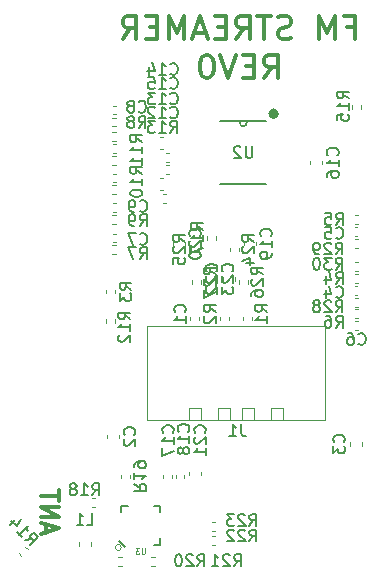
<source format=gbr>
%TF.GenerationSoftware,KiCad,Pcbnew,(5.1.9-0-10_14)*%
%TF.CreationDate,2021-05-04T15:56:22-07:00*%
%TF.ProjectId,fm-streamer,666d2d73-7472-4656-916d-65722e6b6963,rev?*%
%TF.SameCoordinates,Original*%
%TF.FileFunction,Legend,Bot*%
%TF.FilePolarity,Positive*%
%FSLAX46Y46*%
G04 Gerber Fmt 4.6, Leading zero omitted, Abs format (unit mm)*
G04 Created by KiCad (PCBNEW (5.1.9-0-10_14)) date 2021-05-04 15:56:22*
%MOMM*%
%LPD*%
G01*
G04 APERTURE LIST*
%ADD10C,0.300000*%
%ADD11C,0.152400*%
%ADD12C,0.500000*%
%ADD13C,0.120000*%
%ADD14C,0.100000*%
%ADD15C,0.203200*%
%ADD16C,0.150000*%
%ADD17C,0.015000*%
G04 APERTURE END LIST*
D10*
X139142857Y-73607142D02*
X139809523Y-73607142D01*
X139809523Y-74654761D02*
X139809523Y-72654761D01*
X138857142Y-72654761D01*
X138095238Y-74654761D02*
X138095238Y-72654761D01*
X137428571Y-74083333D01*
X136761904Y-72654761D01*
X136761904Y-74654761D01*
X134380952Y-74559523D02*
X134095238Y-74654761D01*
X133619047Y-74654761D01*
X133428571Y-74559523D01*
X133333333Y-74464285D01*
X133238095Y-74273809D01*
X133238095Y-74083333D01*
X133333333Y-73892857D01*
X133428571Y-73797619D01*
X133619047Y-73702380D01*
X134000000Y-73607142D01*
X134190476Y-73511904D01*
X134285714Y-73416666D01*
X134380952Y-73226190D01*
X134380952Y-73035714D01*
X134285714Y-72845238D01*
X134190476Y-72750000D01*
X134000000Y-72654761D01*
X133523809Y-72654761D01*
X133238095Y-72750000D01*
X132666666Y-72654761D02*
X131523809Y-72654761D01*
X132095238Y-74654761D02*
X132095238Y-72654761D01*
X129714285Y-74654761D02*
X130380952Y-73702380D01*
X130857142Y-74654761D02*
X130857142Y-72654761D01*
X130095238Y-72654761D01*
X129904761Y-72750000D01*
X129809523Y-72845238D01*
X129714285Y-73035714D01*
X129714285Y-73321428D01*
X129809523Y-73511904D01*
X129904761Y-73607142D01*
X130095238Y-73702380D01*
X130857142Y-73702380D01*
X128857142Y-73607142D02*
X128190476Y-73607142D01*
X127904761Y-74654761D02*
X128857142Y-74654761D01*
X128857142Y-72654761D01*
X127904761Y-72654761D01*
X127142857Y-74083333D02*
X126190476Y-74083333D01*
X127333333Y-74654761D02*
X126666666Y-72654761D01*
X126000000Y-74654761D01*
X125333333Y-74654761D02*
X125333333Y-72654761D01*
X124666666Y-74083333D01*
X124000000Y-72654761D01*
X124000000Y-74654761D01*
X123047619Y-73607142D02*
X122380952Y-73607142D01*
X122095238Y-74654761D02*
X123047619Y-74654761D01*
X123047619Y-72654761D01*
X122095238Y-72654761D01*
X120095238Y-74654761D02*
X120761904Y-73702380D01*
X121238095Y-74654761D02*
X121238095Y-72654761D01*
X120476190Y-72654761D01*
X120285714Y-72750000D01*
X120190476Y-72845238D01*
X120095238Y-73035714D01*
X120095238Y-73321428D01*
X120190476Y-73511904D01*
X120285714Y-73607142D01*
X120476190Y-73702380D01*
X121238095Y-73702380D01*
X132095238Y-77954761D02*
X132761904Y-77002380D01*
X133238095Y-77954761D02*
X133238095Y-75954761D01*
X132476190Y-75954761D01*
X132285714Y-76050000D01*
X132190476Y-76145238D01*
X132095238Y-76335714D01*
X132095238Y-76621428D01*
X132190476Y-76811904D01*
X132285714Y-76907142D01*
X132476190Y-77002380D01*
X133238095Y-77002380D01*
X131238095Y-76907142D02*
X130571428Y-76907142D01*
X130285714Y-77954761D02*
X131238095Y-77954761D01*
X131238095Y-75954761D01*
X130285714Y-75954761D01*
X129714285Y-75954761D02*
X129047619Y-77954761D01*
X128380952Y-75954761D01*
X127333333Y-75954761D02*
X127142857Y-75954761D01*
X126952380Y-76050000D01*
X126857142Y-76145238D01*
X126761904Y-76335714D01*
X126666666Y-76716666D01*
X126666666Y-77192857D01*
X126761904Y-77573809D01*
X126857142Y-77764285D01*
X126952380Y-77859523D01*
X127142857Y-77954761D01*
X127333333Y-77954761D01*
X127523809Y-77859523D01*
X127619047Y-77764285D01*
X127714285Y-77573809D01*
X127809523Y-77192857D01*
X127809523Y-76716666D01*
X127714285Y-76335714D01*
X127619047Y-76145238D01*
X127523809Y-76050000D01*
X127333333Y-75954761D01*
X113650000Y-116419285D02*
X113650000Y-115705000D01*
X113221428Y-116562142D02*
X114721428Y-116062142D01*
X113221428Y-115562142D01*
X113221428Y-115062142D02*
X114721428Y-115062142D01*
X113221428Y-114205000D01*
X114721428Y-114205000D01*
X114721428Y-113705000D02*
X114721428Y-112847857D01*
X113221428Y-113276428D02*
X114721428Y-113276428D01*
D11*
%TO.C,U2*%
X128373002Y-81570300D02*
X132266998Y-81570300D01*
X132266998Y-86929700D02*
X128373002Y-86929700D01*
D12*
X133078841Y-80948000D02*
G75*
G03*
X133078841Y-80948000I-193441J0D01*
G01*
D11*
X130624800Y-81697300D02*
G75*
G02*
X130015200Y-81697300I-304800J0D01*
G01*
D13*
%TO.C,J1*%
X137200000Y-98900000D02*
X122200000Y-98900000D01*
X122200000Y-98900000D02*
X122200000Y-106900000D01*
X122200000Y-106900000D02*
X137200000Y-106900000D01*
X137200000Y-106900000D02*
X137200000Y-98900000D01*
X133700000Y-106900000D02*
X133700000Y-105900000D01*
X133700000Y-105900000D02*
X132700000Y-105900000D01*
X132700000Y-105900000D02*
X132700000Y-106900000D01*
X131200000Y-106900000D02*
X131200000Y-105900000D01*
X131200000Y-105900000D02*
X130200000Y-105900000D01*
X130200000Y-105900000D02*
X130200000Y-106900000D01*
X128200000Y-105900000D02*
X128200000Y-106900000D01*
X129200000Y-105900000D02*
X128200000Y-105900000D01*
X129200000Y-106900000D02*
X129200000Y-105900000D01*
X126700000Y-105900000D02*
X125700000Y-105900000D01*
X126700000Y-106900000D02*
X126700000Y-105900000D01*
X125700000Y-105900000D02*
X125700000Y-106900000D01*
X125700000Y-105900000D02*
X125700000Y-106900000D01*
X126700000Y-106900000D02*
X126700000Y-105900000D01*
X126700000Y-105900000D02*
X125700000Y-105900000D01*
X129200000Y-106900000D02*
X129200000Y-105900000D01*
X129200000Y-105900000D02*
X128200000Y-105900000D01*
X128200000Y-105900000D02*
X128200000Y-106900000D01*
X130200000Y-105900000D02*
X130200000Y-106900000D01*
X131200000Y-105900000D02*
X130200000Y-105900000D01*
X131200000Y-106900000D02*
X131200000Y-105900000D01*
X132700000Y-105900000D02*
X132700000Y-106900000D01*
X133700000Y-105900000D02*
X132700000Y-105900000D01*
X133700000Y-106900000D02*
X133700000Y-105900000D01*
X137200000Y-106900000D02*
X137200000Y-98900000D01*
X122200000Y-106900000D02*
X137200000Y-106900000D01*
X122200000Y-98900000D02*
X122200000Y-106900000D01*
X137200000Y-98900000D02*
X122200000Y-98900000D01*
%TO.C,C1*%
X125840000Y-98407836D02*
X125840000Y-98192164D01*
X126560000Y-98407836D02*
X126560000Y-98192164D01*
%TO.C,J1*%
X137200000Y-98900000D02*
X122200000Y-98900000D01*
X122200000Y-98900000D02*
X122200000Y-106900000D01*
X122200000Y-106900000D02*
X137200000Y-106900000D01*
X137200000Y-106900000D02*
X137200000Y-98900000D01*
X133700000Y-106900000D02*
X133700000Y-105900000D01*
X133700000Y-105900000D02*
X132700000Y-105900000D01*
X132700000Y-105900000D02*
X132700000Y-106900000D01*
X131200000Y-106900000D02*
X131200000Y-105900000D01*
X131200000Y-105900000D02*
X130200000Y-105900000D01*
X130200000Y-105900000D02*
X130200000Y-106900000D01*
X128200000Y-105900000D02*
X128200000Y-106900000D01*
X129200000Y-105900000D02*
X128200000Y-105900000D01*
X129200000Y-106900000D02*
X129200000Y-105900000D01*
X126700000Y-105900000D02*
X125700000Y-105900000D01*
X126700000Y-106900000D02*
X126700000Y-105900000D01*
X125700000Y-105900000D02*
X125700000Y-106900000D01*
%TO.C,R16*%
X119553641Y-82520000D02*
X119246359Y-82520000D01*
X119553641Y-83280000D02*
X119246359Y-83280000D01*
%TO.C,C8*%
X119527836Y-80290000D02*
X119312164Y-80290000D01*
X119527836Y-81010000D02*
X119312164Y-81010000D01*
%TO.C,R8*%
X119553641Y-82030000D02*
X119246359Y-82030000D01*
X119553641Y-81270000D02*
X119246359Y-81270000D01*
%TO.C,C19*%
X130340000Y-92090580D02*
X130340000Y-91809420D01*
X131360000Y-92090580D02*
X131360000Y-91809420D01*
%TO.C,C20*%
X125360000Y-92090580D02*
X125360000Y-91809420D01*
X124340000Y-92090580D02*
X124340000Y-91809420D01*
%TO.C,C22*%
X129610000Y-94809420D02*
X129610000Y-95090580D01*
X128590000Y-94809420D02*
X128590000Y-95090580D01*
%TO.C,C23*%
X128110000Y-95090580D02*
X128110000Y-94809420D01*
X127090000Y-95090580D02*
X127090000Y-94809420D01*
%TO.C,R17*%
X127220000Y-91296359D02*
X127220000Y-91603641D01*
X127980000Y-91296359D02*
X127980000Y-91603641D01*
%TO.C,R24*%
X129220000Y-92603641D02*
X129220000Y-92296359D01*
X129980000Y-92603641D02*
X129980000Y-92296359D01*
%TO.C,R25*%
X126480000Y-92296359D02*
X126480000Y-92603641D01*
X125720000Y-92296359D02*
X125720000Y-92603641D01*
%TO.C,R26*%
X130730000Y-95353641D02*
X130730000Y-95046359D01*
X129970000Y-95353641D02*
X129970000Y-95046359D01*
%TO.C,R27*%
X125970000Y-95353641D02*
X125970000Y-95046359D01*
X126730000Y-95353641D02*
X126730000Y-95046359D01*
%TO.C,R30*%
X139746359Y-94280000D02*
X140053641Y-94280000D01*
X139746359Y-93520000D02*
X140053641Y-93520000D01*
%TO.C,R29*%
X139746359Y-92280000D02*
X140053641Y-92280000D01*
X139746359Y-91520000D02*
X140053641Y-91520000D01*
%TO.C,R28*%
X139746359Y-97280000D02*
X140053641Y-97280000D01*
X139746359Y-96520000D02*
X140053641Y-96520000D01*
%TO.C,C7*%
X119527836Y-91090000D02*
X119312164Y-91090000D01*
X119527836Y-91810000D02*
X119312164Y-91810000D01*
%TO.C,R3*%
X118720000Y-95846359D02*
X118720000Y-96153641D01*
X119480000Y-95846359D02*
X119480000Y-96153641D01*
%TO.C,R7*%
X119553641Y-92830000D02*
X119246359Y-92830000D01*
X119553641Y-92070000D02*
X119246359Y-92070000D01*
%TO.C,R12*%
X118720000Y-98653641D02*
X118720000Y-98346359D01*
X119480000Y-98653641D02*
X119480000Y-98346359D01*
%TO.C,C2*%
X119810000Y-108440580D02*
X119810000Y-108159420D01*
X118790000Y-108440580D02*
X118790000Y-108159420D01*
%TO.C,C3*%
X140410000Y-108759420D02*
X140410000Y-109040580D01*
X139390000Y-108759420D02*
X139390000Y-109040580D01*
%TO.C,C4*%
X139772164Y-95540000D02*
X139987836Y-95540000D01*
X139772164Y-96260000D02*
X139987836Y-96260000D01*
%TO.C,C5*%
X139772164Y-91260000D02*
X139987836Y-91260000D01*
X139772164Y-90540000D02*
X139987836Y-90540000D01*
%TO.C,C6*%
X139792164Y-98540000D02*
X140007836Y-98540000D01*
X139792164Y-99260000D02*
X140007836Y-99260000D01*
%TO.C,C9*%
X119527836Y-88540000D02*
X119312164Y-88540000D01*
X119527836Y-89260000D02*
X119312164Y-89260000D01*
%TO.C,C10*%
X119507836Y-86760000D02*
X119292164Y-86760000D01*
X119507836Y-86040000D02*
X119292164Y-86040000D01*
%TO.C,C11*%
X119527836Y-84260000D02*
X119312164Y-84260000D01*
X119527836Y-83540000D02*
X119312164Y-83540000D01*
%TO.C,C12*%
X123540580Y-86390000D02*
X123259420Y-86390000D01*
X123540580Y-87410000D02*
X123259420Y-87410000D01*
%TO.C,C13*%
X124007836Y-86010000D02*
X123792164Y-86010000D01*
X124007836Y-85290000D02*
X123792164Y-85290000D01*
%TO.C,C14*%
X123540580Y-83910000D02*
X123259420Y-83910000D01*
X123540580Y-82890000D02*
X123259420Y-82890000D01*
%TO.C,C15*%
X124007836Y-84290000D02*
X123792164Y-84290000D01*
X124007836Y-85010000D02*
X123792164Y-85010000D01*
%TO.C,C16*%
X135990000Y-85240580D02*
X135990000Y-84959420D01*
X137010000Y-85240580D02*
X137010000Y-84959420D01*
%TO.C,C17*%
X123540000Y-111757836D02*
X123540000Y-111542164D01*
X124260000Y-111757836D02*
X124260000Y-111542164D01*
%TO.C,C18*%
X125310000Y-111757836D02*
X125310000Y-111542164D01*
X124590000Y-111757836D02*
X124590000Y-111542164D01*
%TO.C,C21*%
X126710000Y-111540580D02*
X126710000Y-111259420D01*
X125690000Y-111540580D02*
X125690000Y-111259420D01*
%TO.C,L1*%
X117410000Y-117237221D02*
X117410000Y-117562779D01*
X116390000Y-117237221D02*
X116390000Y-117562779D01*
%TO.C,R1*%
X130320000Y-98146359D02*
X130320000Y-98453641D01*
X131080000Y-98146359D02*
X131080000Y-98453641D01*
%TO.C,R2*%
X129080000Y-98146359D02*
X129080000Y-98453641D01*
X128320000Y-98146359D02*
X128320000Y-98453641D01*
%TO.C,R4*%
X139746359Y-94520000D02*
X140053641Y-94520000D01*
X139746359Y-95280000D02*
X140053641Y-95280000D01*
%TO.C,R5*%
X139746359Y-90280000D02*
X140053641Y-90280000D01*
X139746359Y-89520000D02*
X140053641Y-89520000D01*
%TO.C,R6*%
X139746359Y-97520000D02*
X140053641Y-97520000D01*
X139746359Y-98280000D02*
X140053641Y-98280000D01*
%TO.C,R9*%
X119553641Y-89520000D02*
X119246359Y-89520000D01*
X119553641Y-90280000D02*
X119246359Y-90280000D01*
%TO.C,R10*%
X119553641Y-87020000D02*
X119246359Y-87020000D01*
X119553641Y-87780000D02*
X119246359Y-87780000D01*
%TO.C,R11*%
X119553641Y-85280000D02*
X119246359Y-85280000D01*
X119553641Y-84520000D02*
X119246359Y-84520000D01*
%TO.C,R13*%
X123803641Y-88530000D02*
X123496359Y-88530000D01*
X123803641Y-87770000D02*
X123496359Y-87770000D01*
%TO.C,R14*%
X112077341Y-117839940D02*
X111860060Y-117622659D01*
X111539940Y-118377341D02*
X111322659Y-118160060D01*
%TO.C,R15*%
X139520000Y-80553641D02*
X139520000Y-80246359D01*
X140280000Y-80553641D02*
X140280000Y-80246359D01*
%TO.C,R18*%
X117803641Y-113520000D02*
X117496359Y-113520000D01*
X117803641Y-114280000D02*
X117496359Y-114280000D01*
%TO.C,R19*%
X120730000Y-111803641D02*
X120730000Y-111496359D01*
X119970000Y-111803641D02*
X119970000Y-111496359D01*
%TO.C,R20*%
X120053641Y-118520000D02*
X119746359Y-118520000D01*
X120053641Y-119280000D02*
X119746359Y-119280000D01*
%TO.C,R21*%
X122546359Y-118520000D02*
X122853641Y-118520000D01*
X122546359Y-119280000D02*
X122853641Y-119280000D01*
%TO.C,R22*%
X127953641Y-117480000D02*
X127646359Y-117480000D01*
X127953641Y-116720000D02*
X127646359Y-116720000D01*
%TO.C,R23*%
X127953641Y-115520000D02*
X127646359Y-115520000D01*
X127953641Y-116280000D02*
X127646359Y-116280000D01*
D14*
%TO.C,U3*%
X120001000Y-117673000D02*
G75*
G03*
X120001000Y-117673000I-254000J0D01*
G01*
D15*
X123270000Y-114700000D02*
X123270000Y-114150000D01*
X123270000Y-114150000D02*
X122720000Y-114150000D01*
X120520000Y-114150000D02*
X119970000Y-114150000D01*
X119970000Y-114150000D02*
X119970000Y-114700000D01*
X123270000Y-117450000D02*
X123270000Y-116900000D01*
X122720000Y-117450000D02*
X123270000Y-117450000D01*
X120320000Y-117650000D02*
X119770000Y-117100000D01*
%TO.C,U2*%
D16*
X131081904Y-83702380D02*
X131081904Y-84511904D01*
X131034285Y-84607142D01*
X130986666Y-84654761D01*
X130891428Y-84702380D01*
X130700952Y-84702380D01*
X130605714Y-84654761D01*
X130558095Y-84607142D01*
X130510476Y-84511904D01*
X130510476Y-83702380D01*
X130081904Y-83797619D02*
X130034285Y-83750000D01*
X129939047Y-83702380D01*
X129700952Y-83702380D01*
X129605714Y-83750000D01*
X129558095Y-83797619D01*
X129510476Y-83892857D01*
X129510476Y-83988095D01*
X129558095Y-84130952D01*
X130129523Y-84702380D01*
X129510476Y-84702380D01*
%TO.C,J1*%
X130133333Y-107252380D02*
X130133333Y-107966666D01*
X130180952Y-108109523D01*
X130276190Y-108204761D01*
X130419047Y-108252380D01*
X130514285Y-108252380D01*
X129133333Y-108252380D02*
X129704761Y-108252380D01*
X129419047Y-108252380D02*
X129419047Y-107252380D01*
X129514285Y-107395238D01*
X129609523Y-107490476D01*
X129704761Y-107538095D01*
%TO.C,C1*%
X125357142Y-97733333D02*
X125404761Y-97685714D01*
X125452380Y-97542857D01*
X125452380Y-97447619D01*
X125404761Y-97304761D01*
X125309523Y-97209523D01*
X125214285Y-97161904D01*
X125023809Y-97114285D01*
X124880952Y-97114285D01*
X124690476Y-97161904D01*
X124595238Y-97209523D01*
X124500000Y-97304761D01*
X124452380Y-97447619D01*
X124452380Y-97542857D01*
X124500000Y-97685714D01*
X124547619Y-97733333D01*
X125452380Y-98685714D02*
X125452380Y-98114285D01*
X125452380Y-98400000D02*
X124452380Y-98400000D01*
X124595238Y-98304761D01*
X124690476Y-98209523D01*
X124738095Y-98114285D01*
%TO.C,C8*%
X121466666Y-80757142D02*
X121514285Y-80804761D01*
X121657142Y-80852380D01*
X121752380Y-80852380D01*
X121895238Y-80804761D01*
X121990476Y-80709523D01*
X122038095Y-80614285D01*
X122085714Y-80423809D01*
X122085714Y-80280952D01*
X122038095Y-80090476D01*
X121990476Y-79995238D01*
X121895238Y-79900000D01*
X121752380Y-79852380D01*
X121657142Y-79852380D01*
X121514285Y-79900000D01*
X121466666Y-79947619D01*
X120895238Y-80280952D02*
X120990476Y-80233333D01*
X121038095Y-80185714D01*
X121085714Y-80090476D01*
X121085714Y-80042857D01*
X121038095Y-79947619D01*
X120990476Y-79900000D01*
X120895238Y-79852380D01*
X120704761Y-79852380D01*
X120609523Y-79900000D01*
X120561904Y-79947619D01*
X120514285Y-80042857D01*
X120514285Y-80090476D01*
X120561904Y-80185714D01*
X120609523Y-80233333D01*
X120704761Y-80280952D01*
X120895238Y-80280952D01*
X120990476Y-80328571D01*
X121038095Y-80376190D01*
X121085714Y-80471428D01*
X121085714Y-80661904D01*
X121038095Y-80757142D01*
X120990476Y-80804761D01*
X120895238Y-80852380D01*
X120704761Y-80852380D01*
X120609523Y-80804761D01*
X120561904Y-80757142D01*
X120514285Y-80661904D01*
X120514285Y-80471428D01*
X120561904Y-80376190D01*
X120609523Y-80328571D01*
X120704761Y-80280952D01*
%TO.C,R8*%
X121466666Y-82152380D02*
X121800000Y-81676190D01*
X122038095Y-82152380D02*
X122038095Y-81152380D01*
X121657142Y-81152380D01*
X121561904Y-81200000D01*
X121514285Y-81247619D01*
X121466666Y-81342857D01*
X121466666Y-81485714D01*
X121514285Y-81580952D01*
X121561904Y-81628571D01*
X121657142Y-81676190D01*
X122038095Y-81676190D01*
X120895238Y-81580952D02*
X120990476Y-81533333D01*
X121038095Y-81485714D01*
X121085714Y-81390476D01*
X121085714Y-81342857D01*
X121038095Y-81247619D01*
X120990476Y-81200000D01*
X120895238Y-81152380D01*
X120704761Y-81152380D01*
X120609523Y-81200000D01*
X120561904Y-81247619D01*
X120514285Y-81342857D01*
X120514285Y-81390476D01*
X120561904Y-81485714D01*
X120609523Y-81533333D01*
X120704761Y-81580952D01*
X120895238Y-81580952D01*
X120990476Y-81628571D01*
X121038095Y-81676190D01*
X121085714Y-81771428D01*
X121085714Y-81961904D01*
X121038095Y-82057142D01*
X120990476Y-82104761D01*
X120895238Y-82152380D01*
X120704761Y-82152380D01*
X120609523Y-82104761D01*
X120561904Y-82057142D01*
X120514285Y-81961904D01*
X120514285Y-81771428D01*
X120561904Y-81676190D01*
X120609523Y-81628571D01*
X120704761Y-81580952D01*
%TO.C,C19*%
X132637142Y-91307142D02*
X132684761Y-91259523D01*
X132732380Y-91116666D01*
X132732380Y-91021428D01*
X132684761Y-90878571D01*
X132589523Y-90783333D01*
X132494285Y-90735714D01*
X132303809Y-90688095D01*
X132160952Y-90688095D01*
X131970476Y-90735714D01*
X131875238Y-90783333D01*
X131780000Y-90878571D01*
X131732380Y-91021428D01*
X131732380Y-91116666D01*
X131780000Y-91259523D01*
X131827619Y-91307142D01*
X132732380Y-92259523D02*
X132732380Y-91688095D01*
X132732380Y-91973809D02*
X131732380Y-91973809D01*
X131875238Y-91878571D01*
X131970476Y-91783333D01*
X132018095Y-91688095D01*
X132732380Y-92735714D02*
X132732380Y-92926190D01*
X132684761Y-93021428D01*
X132637142Y-93069047D01*
X132494285Y-93164285D01*
X132303809Y-93211904D01*
X131922857Y-93211904D01*
X131827619Y-93164285D01*
X131780000Y-93116666D01*
X131732380Y-93021428D01*
X131732380Y-92830952D01*
X131780000Y-92735714D01*
X131827619Y-92688095D01*
X131922857Y-92640476D01*
X132160952Y-92640476D01*
X132256190Y-92688095D01*
X132303809Y-92735714D01*
X132351428Y-92830952D01*
X132351428Y-93021428D01*
X132303809Y-93116666D01*
X132256190Y-93164285D01*
X132160952Y-93211904D01*
%TO.C,C20*%
X126637142Y-91307142D02*
X126684761Y-91259523D01*
X126732380Y-91116666D01*
X126732380Y-91021428D01*
X126684761Y-90878571D01*
X126589523Y-90783333D01*
X126494285Y-90735714D01*
X126303809Y-90688095D01*
X126160952Y-90688095D01*
X125970476Y-90735714D01*
X125875238Y-90783333D01*
X125780000Y-90878571D01*
X125732380Y-91021428D01*
X125732380Y-91116666D01*
X125780000Y-91259523D01*
X125827619Y-91307142D01*
X125827619Y-91688095D02*
X125780000Y-91735714D01*
X125732380Y-91830952D01*
X125732380Y-92069047D01*
X125780000Y-92164285D01*
X125827619Y-92211904D01*
X125922857Y-92259523D01*
X126018095Y-92259523D01*
X126160952Y-92211904D01*
X126732380Y-91640476D01*
X126732380Y-92259523D01*
X125732380Y-92878571D02*
X125732380Y-92973809D01*
X125780000Y-93069047D01*
X125827619Y-93116666D01*
X125922857Y-93164285D01*
X126113333Y-93211904D01*
X126351428Y-93211904D01*
X126541904Y-93164285D01*
X126637142Y-93116666D01*
X126684761Y-93069047D01*
X126732380Y-92973809D01*
X126732380Y-92878571D01*
X126684761Y-92783333D01*
X126637142Y-92735714D01*
X126541904Y-92688095D01*
X126351428Y-92640476D01*
X126113333Y-92640476D01*
X125922857Y-92688095D01*
X125827619Y-92735714D01*
X125780000Y-92783333D01*
X125732380Y-92878571D01*
%TO.C,C22*%
X128027142Y-94307142D02*
X128074761Y-94259523D01*
X128122380Y-94116666D01*
X128122380Y-94021428D01*
X128074761Y-93878571D01*
X127979523Y-93783333D01*
X127884285Y-93735714D01*
X127693809Y-93688095D01*
X127550952Y-93688095D01*
X127360476Y-93735714D01*
X127265238Y-93783333D01*
X127170000Y-93878571D01*
X127122380Y-94021428D01*
X127122380Y-94116666D01*
X127170000Y-94259523D01*
X127217619Y-94307142D01*
X127217619Y-94688095D02*
X127170000Y-94735714D01*
X127122380Y-94830952D01*
X127122380Y-95069047D01*
X127170000Y-95164285D01*
X127217619Y-95211904D01*
X127312857Y-95259523D01*
X127408095Y-95259523D01*
X127550952Y-95211904D01*
X128122380Y-94640476D01*
X128122380Y-95259523D01*
X127217619Y-95640476D02*
X127170000Y-95688095D01*
X127122380Y-95783333D01*
X127122380Y-96021428D01*
X127170000Y-96116666D01*
X127217619Y-96164285D01*
X127312857Y-96211904D01*
X127408095Y-96211904D01*
X127550952Y-96164285D01*
X128122380Y-95592857D01*
X128122380Y-96211904D01*
%TO.C,C23*%
X129387142Y-94307142D02*
X129434761Y-94259523D01*
X129482380Y-94116666D01*
X129482380Y-94021428D01*
X129434761Y-93878571D01*
X129339523Y-93783333D01*
X129244285Y-93735714D01*
X129053809Y-93688095D01*
X128910952Y-93688095D01*
X128720476Y-93735714D01*
X128625238Y-93783333D01*
X128530000Y-93878571D01*
X128482380Y-94021428D01*
X128482380Y-94116666D01*
X128530000Y-94259523D01*
X128577619Y-94307142D01*
X128577619Y-94688095D02*
X128530000Y-94735714D01*
X128482380Y-94830952D01*
X128482380Y-95069047D01*
X128530000Y-95164285D01*
X128577619Y-95211904D01*
X128672857Y-95259523D01*
X128768095Y-95259523D01*
X128910952Y-95211904D01*
X129482380Y-94640476D01*
X129482380Y-95259523D01*
X128482380Y-95592857D02*
X128482380Y-96211904D01*
X128863333Y-95878571D01*
X128863333Y-96021428D01*
X128910952Y-96116666D01*
X128958571Y-96164285D01*
X129053809Y-96211904D01*
X129291904Y-96211904D01*
X129387142Y-96164285D01*
X129434761Y-96116666D01*
X129482380Y-96021428D01*
X129482380Y-95735714D01*
X129434761Y-95640476D01*
X129387142Y-95592857D01*
%TO.C,R17*%
X126882380Y-90807142D02*
X126406190Y-90473809D01*
X126882380Y-90235714D02*
X125882380Y-90235714D01*
X125882380Y-90616666D01*
X125930000Y-90711904D01*
X125977619Y-90759523D01*
X126072857Y-90807142D01*
X126215714Y-90807142D01*
X126310952Y-90759523D01*
X126358571Y-90711904D01*
X126406190Y-90616666D01*
X126406190Y-90235714D01*
X126882380Y-91759523D02*
X126882380Y-91188095D01*
X126882380Y-91473809D02*
X125882380Y-91473809D01*
X126025238Y-91378571D01*
X126120476Y-91283333D01*
X126168095Y-91188095D01*
X125882380Y-92092857D02*
X125882380Y-92759523D01*
X126882380Y-92330952D01*
%TO.C,R24*%
X131222380Y-91807142D02*
X130746190Y-91473809D01*
X131222380Y-91235714D02*
X130222380Y-91235714D01*
X130222380Y-91616666D01*
X130270000Y-91711904D01*
X130317619Y-91759523D01*
X130412857Y-91807142D01*
X130555714Y-91807142D01*
X130650952Y-91759523D01*
X130698571Y-91711904D01*
X130746190Y-91616666D01*
X130746190Y-91235714D01*
X130317619Y-92188095D02*
X130270000Y-92235714D01*
X130222380Y-92330952D01*
X130222380Y-92569047D01*
X130270000Y-92664285D01*
X130317619Y-92711904D01*
X130412857Y-92759523D01*
X130508095Y-92759523D01*
X130650952Y-92711904D01*
X131222380Y-92140476D01*
X131222380Y-92759523D01*
X130555714Y-93616666D02*
X131222380Y-93616666D01*
X130174761Y-93378571D02*
X130889047Y-93140476D01*
X130889047Y-93759523D01*
%TO.C,R25*%
X125382380Y-91807142D02*
X124906190Y-91473809D01*
X125382380Y-91235714D02*
X124382380Y-91235714D01*
X124382380Y-91616666D01*
X124430000Y-91711904D01*
X124477619Y-91759523D01*
X124572857Y-91807142D01*
X124715714Y-91807142D01*
X124810952Y-91759523D01*
X124858571Y-91711904D01*
X124906190Y-91616666D01*
X124906190Y-91235714D01*
X124477619Y-92188095D02*
X124430000Y-92235714D01*
X124382380Y-92330952D01*
X124382380Y-92569047D01*
X124430000Y-92664285D01*
X124477619Y-92711904D01*
X124572857Y-92759523D01*
X124668095Y-92759523D01*
X124810952Y-92711904D01*
X125382380Y-92140476D01*
X125382380Y-92759523D01*
X124382380Y-93664285D02*
X124382380Y-93188095D01*
X124858571Y-93140476D01*
X124810952Y-93188095D01*
X124763333Y-93283333D01*
X124763333Y-93521428D01*
X124810952Y-93616666D01*
X124858571Y-93664285D01*
X124953809Y-93711904D01*
X125191904Y-93711904D01*
X125287142Y-93664285D01*
X125334761Y-93616666D01*
X125382380Y-93521428D01*
X125382380Y-93283333D01*
X125334761Y-93188095D01*
X125287142Y-93140476D01*
%TO.C,R26*%
X131972380Y-94557142D02*
X131496190Y-94223809D01*
X131972380Y-93985714D02*
X130972380Y-93985714D01*
X130972380Y-94366666D01*
X131020000Y-94461904D01*
X131067619Y-94509523D01*
X131162857Y-94557142D01*
X131305714Y-94557142D01*
X131400952Y-94509523D01*
X131448571Y-94461904D01*
X131496190Y-94366666D01*
X131496190Y-93985714D01*
X131067619Y-94938095D02*
X131020000Y-94985714D01*
X130972380Y-95080952D01*
X130972380Y-95319047D01*
X131020000Y-95414285D01*
X131067619Y-95461904D01*
X131162857Y-95509523D01*
X131258095Y-95509523D01*
X131400952Y-95461904D01*
X131972380Y-94890476D01*
X131972380Y-95509523D01*
X130972380Y-96366666D02*
X130972380Y-96176190D01*
X131020000Y-96080952D01*
X131067619Y-96033333D01*
X131210476Y-95938095D01*
X131400952Y-95890476D01*
X131781904Y-95890476D01*
X131877142Y-95938095D01*
X131924761Y-95985714D01*
X131972380Y-96080952D01*
X131972380Y-96271428D01*
X131924761Y-96366666D01*
X131877142Y-96414285D01*
X131781904Y-96461904D01*
X131543809Y-96461904D01*
X131448571Y-96414285D01*
X131400952Y-96366666D01*
X131353333Y-96271428D01*
X131353333Y-96080952D01*
X131400952Y-95985714D01*
X131448571Y-95938095D01*
X131543809Y-95890476D01*
%TO.C,R27*%
X127972380Y-94557142D02*
X127496190Y-94223809D01*
X127972380Y-93985714D02*
X126972380Y-93985714D01*
X126972380Y-94366666D01*
X127020000Y-94461904D01*
X127067619Y-94509523D01*
X127162857Y-94557142D01*
X127305714Y-94557142D01*
X127400952Y-94509523D01*
X127448571Y-94461904D01*
X127496190Y-94366666D01*
X127496190Y-93985714D01*
X127067619Y-94938095D02*
X127020000Y-94985714D01*
X126972380Y-95080952D01*
X126972380Y-95319047D01*
X127020000Y-95414285D01*
X127067619Y-95461904D01*
X127162857Y-95509523D01*
X127258095Y-95509523D01*
X127400952Y-95461904D01*
X127972380Y-94890476D01*
X127972380Y-95509523D01*
X126972380Y-95842857D02*
X126972380Y-96509523D01*
X127972380Y-96080952D01*
%TO.C,R30*%
X138142857Y-94152380D02*
X138476190Y-93676190D01*
X138714285Y-94152380D02*
X138714285Y-93152380D01*
X138333333Y-93152380D01*
X138238095Y-93200000D01*
X138190476Y-93247619D01*
X138142857Y-93342857D01*
X138142857Y-93485714D01*
X138190476Y-93580952D01*
X138238095Y-93628571D01*
X138333333Y-93676190D01*
X138714285Y-93676190D01*
X137809523Y-93152380D02*
X137190476Y-93152380D01*
X137523809Y-93533333D01*
X137380952Y-93533333D01*
X137285714Y-93580952D01*
X137238095Y-93628571D01*
X137190476Y-93723809D01*
X137190476Y-93961904D01*
X137238095Y-94057142D01*
X137285714Y-94104761D01*
X137380952Y-94152380D01*
X137666666Y-94152380D01*
X137761904Y-94104761D01*
X137809523Y-94057142D01*
X136571428Y-93152380D02*
X136476190Y-93152380D01*
X136380952Y-93200000D01*
X136333333Y-93247619D01*
X136285714Y-93342857D01*
X136238095Y-93533333D01*
X136238095Y-93771428D01*
X136285714Y-93961904D01*
X136333333Y-94057142D01*
X136380952Y-94104761D01*
X136476190Y-94152380D01*
X136571428Y-94152380D01*
X136666666Y-94104761D01*
X136714285Y-94057142D01*
X136761904Y-93961904D01*
X136809523Y-93771428D01*
X136809523Y-93533333D01*
X136761904Y-93342857D01*
X136714285Y-93247619D01*
X136666666Y-93200000D01*
X136571428Y-93152380D01*
%TO.C,R29*%
X138142857Y-92852380D02*
X138476190Y-92376190D01*
X138714285Y-92852380D02*
X138714285Y-91852380D01*
X138333333Y-91852380D01*
X138238095Y-91900000D01*
X138190476Y-91947619D01*
X138142857Y-92042857D01*
X138142857Y-92185714D01*
X138190476Y-92280952D01*
X138238095Y-92328571D01*
X138333333Y-92376190D01*
X138714285Y-92376190D01*
X137761904Y-91947619D02*
X137714285Y-91900000D01*
X137619047Y-91852380D01*
X137380952Y-91852380D01*
X137285714Y-91900000D01*
X137238095Y-91947619D01*
X137190476Y-92042857D01*
X137190476Y-92138095D01*
X137238095Y-92280952D01*
X137809523Y-92852380D01*
X137190476Y-92852380D01*
X136714285Y-92852380D02*
X136523809Y-92852380D01*
X136428571Y-92804761D01*
X136380952Y-92757142D01*
X136285714Y-92614285D01*
X136238095Y-92423809D01*
X136238095Y-92042857D01*
X136285714Y-91947619D01*
X136333333Y-91900000D01*
X136428571Y-91852380D01*
X136619047Y-91852380D01*
X136714285Y-91900000D01*
X136761904Y-91947619D01*
X136809523Y-92042857D01*
X136809523Y-92280952D01*
X136761904Y-92376190D01*
X136714285Y-92423809D01*
X136619047Y-92471428D01*
X136428571Y-92471428D01*
X136333333Y-92423809D01*
X136285714Y-92376190D01*
X136238095Y-92280952D01*
%TO.C,R28*%
X138142857Y-97752380D02*
X138476190Y-97276190D01*
X138714285Y-97752380D02*
X138714285Y-96752380D01*
X138333333Y-96752380D01*
X138238095Y-96800000D01*
X138190476Y-96847619D01*
X138142857Y-96942857D01*
X138142857Y-97085714D01*
X138190476Y-97180952D01*
X138238095Y-97228571D01*
X138333333Y-97276190D01*
X138714285Y-97276190D01*
X137761904Y-96847619D02*
X137714285Y-96800000D01*
X137619047Y-96752380D01*
X137380952Y-96752380D01*
X137285714Y-96800000D01*
X137238095Y-96847619D01*
X137190476Y-96942857D01*
X137190476Y-97038095D01*
X137238095Y-97180952D01*
X137809523Y-97752380D01*
X137190476Y-97752380D01*
X136619047Y-97180952D02*
X136714285Y-97133333D01*
X136761904Y-97085714D01*
X136809523Y-96990476D01*
X136809523Y-96942857D01*
X136761904Y-96847619D01*
X136714285Y-96800000D01*
X136619047Y-96752380D01*
X136428571Y-96752380D01*
X136333333Y-96800000D01*
X136285714Y-96847619D01*
X136238095Y-96942857D01*
X136238095Y-96990476D01*
X136285714Y-97085714D01*
X136333333Y-97133333D01*
X136428571Y-97180952D01*
X136619047Y-97180952D01*
X136714285Y-97228571D01*
X136761904Y-97276190D01*
X136809523Y-97371428D01*
X136809523Y-97561904D01*
X136761904Y-97657142D01*
X136714285Y-97704761D01*
X136619047Y-97752380D01*
X136428571Y-97752380D01*
X136333333Y-97704761D01*
X136285714Y-97657142D01*
X136238095Y-97561904D01*
X136238095Y-97371428D01*
X136285714Y-97276190D01*
X136333333Y-97228571D01*
X136428571Y-97180952D01*
%TO.C,C7*%
X121566666Y-91957142D02*
X121614285Y-92004761D01*
X121757142Y-92052380D01*
X121852380Y-92052380D01*
X121995238Y-92004761D01*
X122090476Y-91909523D01*
X122138095Y-91814285D01*
X122185714Y-91623809D01*
X122185714Y-91480952D01*
X122138095Y-91290476D01*
X122090476Y-91195238D01*
X121995238Y-91100000D01*
X121852380Y-91052380D01*
X121757142Y-91052380D01*
X121614285Y-91100000D01*
X121566666Y-91147619D01*
X121233333Y-91052380D02*
X120566666Y-91052380D01*
X120995238Y-92052380D01*
%TO.C,R3*%
X120852380Y-95833333D02*
X120376190Y-95500000D01*
X120852380Y-95261904D02*
X119852380Y-95261904D01*
X119852380Y-95642857D01*
X119900000Y-95738095D01*
X119947619Y-95785714D01*
X120042857Y-95833333D01*
X120185714Y-95833333D01*
X120280952Y-95785714D01*
X120328571Y-95738095D01*
X120376190Y-95642857D01*
X120376190Y-95261904D01*
X119852380Y-96166666D02*
X119852380Y-96785714D01*
X120233333Y-96452380D01*
X120233333Y-96595238D01*
X120280952Y-96690476D01*
X120328571Y-96738095D01*
X120423809Y-96785714D01*
X120661904Y-96785714D01*
X120757142Y-96738095D01*
X120804761Y-96690476D01*
X120852380Y-96595238D01*
X120852380Y-96309523D01*
X120804761Y-96214285D01*
X120757142Y-96166666D01*
%TO.C,R7*%
X121566666Y-93252380D02*
X121900000Y-92776190D01*
X122138095Y-93252380D02*
X122138095Y-92252380D01*
X121757142Y-92252380D01*
X121661904Y-92300000D01*
X121614285Y-92347619D01*
X121566666Y-92442857D01*
X121566666Y-92585714D01*
X121614285Y-92680952D01*
X121661904Y-92728571D01*
X121757142Y-92776190D01*
X122138095Y-92776190D01*
X121233333Y-92252380D02*
X120566666Y-92252380D01*
X120995238Y-93252380D01*
%TO.C,R12*%
X120752380Y-98357142D02*
X120276190Y-98023809D01*
X120752380Y-97785714D02*
X119752380Y-97785714D01*
X119752380Y-98166666D01*
X119800000Y-98261904D01*
X119847619Y-98309523D01*
X119942857Y-98357142D01*
X120085714Y-98357142D01*
X120180952Y-98309523D01*
X120228571Y-98261904D01*
X120276190Y-98166666D01*
X120276190Y-97785714D01*
X120752380Y-99309523D02*
X120752380Y-98738095D01*
X120752380Y-99023809D02*
X119752380Y-99023809D01*
X119895238Y-98928571D01*
X119990476Y-98833333D01*
X120038095Y-98738095D01*
X119847619Y-99690476D02*
X119800000Y-99738095D01*
X119752380Y-99833333D01*
X119752380Y-100071428D01*
X119800000Y-100166666D01*
X119847619Y-100214285D01*
X119942857Y-100261904D01*
X120038095Y-100261904D01*
X120180952Y-100214285D01*
X120752380Y-99642857D01*
X120752380Y-100261904D01*
%TO.C,C2*%
X121087142Y-108133333D02*
X121134761Y-108085714D01*
X121182380Y-107942857D01*
X121182380Y-107847619D01*
X121134761Y-107704761D01*
X121039523Y-107609523D01*
X120944285Y-107561904D01*
X120753809Y-107514285D01*
X120610952Y-107514285D01*
X120420476Y-107561904D01*
X120325238Y-107609523D01*
X120230000Y-107704761D01*
X120182380Y-107847619D01*
X120182380Y-107942857D01*
X120230000Y-108085714D01*
X120277619Y-108133333D01*
X120277619Y-108514285D02*
X120230000Y-108561904D01*
X120182380Y-108657142D01*
X120182380Y-108895238D01*
X120230000Y-108990476D01*
X120277619Y-109038095D01*
X120372857Y-109085714D01*
X120468095Y-109085714D01*
X120610952Y-109038095D01*
X121182380Y-108466666D01*
X121182380Y-109085714D01*
%TO.C,C3*%
X138827142Y-108733333D02*
X138874761Y-108685714D01*
X138922380Y-108542857D01*
X138922380Y-108447619D01*
X138874761Y-108304761D01*
X138779523Y-108209523D01*
X138684285Y-108161904D01*
X138493809Y-108114285D01*
X138350952Y-108114285D01*
X138160476Y-108161904D01*
X138065238Y-108209523D01*
X137970000Y-108304761D01*
X137922380Y-108447619D01*
X137922380Y-108542857D01*
X137970000Y-108685714D01*
X138017619Y-108733333D01*
X137922380Y-109066666D02*
X137922380Y-109685714D01*
X138303333Y-109352380D01*
X138303333Y-109495238D01*
X138350952Y-109590476D01*
X138398571Y-109638095D01*
X138493809Y-109685714D01*
X138731904Y-109685714D01*
X138827142Y-109638095D01*
X138874761Y-109590476D01*
X138922380Y-109495238D01*
X138922380Y-109209523D01*
X138874761Y-109114285D01*
X138827142Y-109066666D01*
%TO.C,C4*%
X138166666Y-96457142D02*
X138214285Y-96504761D01*
X138357142Y-96552380D01*
X138452380Y-96552380D01*
X138595238Y-96504761D01*
X138690476Y-96409523D01*
X138738095Y-96314285D01*
X138785714Y-96123809D01*
X138785714Y-95980952D01*
X138738095Y-95790476D01*
X138690476Y-95695238D01*
X138595238Y-95600000D01*
X138452380Y-95552380D01*
X138357142Y-95552380D01*
X138214285Y-95600000D01*
X138166666Y-95647619D01*
X137309523Y-95885714D02*
X137309523Y-96552380D01*
X137547619Y-95504761D02*
X137785714Y-96219047D01*
X137166666Y-96219047D01*
%TO.C,C5*%
X138166666Y-91457142D02*
X138214285Y-91504761D01*
X138357142Y-91552380D01*
X138452380Y-91552380D01*
X138595238Y-91504761D01*
X138690476Y-91409523D01*
X138738095Y-91314285D01*
X138785714Y-91123809D01*
X138785714Y-90980952D01*
X138738095Y-90790476D01*
X138690476Y-90695238D01*
X138595238Y-90600000D01*
X138452380Y-90552380D01*
X138357142Y-90552380D01*
X138214285Y-90600000D01*
X138166666Y-90647619D01*
X137261904Y-90552380D02*
X137738095Y-90552380D01*
X137785714Y-91028571D01*
X137738095Y-90980952D01*
X137642857Y-90933333D01*
X137404761Y-90933333D01*
X137309523Y-90980952D01*
X137261904Y-91028571D01*
X137214285Y-91123809D01*
X137214285Y-91361904D01*
X137261904Y-91457142D01*
X137309523Y-91504761D01*
X137404761Y-91552380D01*
X137642857Y-91552380D01*
X137738095Y-91504761D01*
X137785714Y-91457142D01*
%TO.C,C6*%
X140066666Y-100417142D02*
X140114285Y-100464761D01*
X140257142Y-100512380D01*
X140352380Y-100512380D01*
X140495238Y-100464761D01*
X140590476Y-100369523D01*
X140638095Y-100274285D01*
X140685714Y-100083809D01*
X140685714Y-99940952D01*
X140638095Y-99750476D01*
X140590476Y-99655238D01*
X140495238Y-99560000D01*
X140352380Y-99512380D01*
X140257142Y-99512380D01*
X140114285Y-99560000D01*
X140066666Y-99607619D01*
X139209523Y-99512380D02*
X139400000Y-99512380D01*
X139495238Y-99560000D01*
X139542857Y-99607619D01*
X139638095Y-99750476D01*
X139685714Y-99940952D01*
X139685714Y-100321904D01*
X139638095Y-100417142D01*
X139590476Y-100464761D01*
X139495238Y-100512380D01*
X139304761Y-100512380D01*
X139209523Y-100464761D01*
X139161904Y-100417142D01*
X139114285Y-100321904D01*
X139114285Y-100083809D01*
X139161904Y-99988571D01*
X139209523Y-99940952D01*
X139304761Y-99893333D01*
X139495238Y-99893333D01*
X139590476Y-99940952D01*
X139638095Y-99988571D01*
X139685714Y-100083809D01*
%TO.C,C9*%
X121566666Y-89157142D02*
X121614285Y-89204761D01*
X121757142Y-89252380D01*
X121852380Y-89252380D01*
X121995238Y-89204761D01*
X122090476Y-89109523D01*
X122138095Y-89014285D01*
X122185714Y-88823809D01*
X122185714Y-88680952D01*
X122138095Y-88490476D01*
X122090476Y-88395238D01*
X121995238Y-88300000D01*
X121852380Y-88252380D01*
X121757142Y-88252380D01*
X121614285Y-88300000D01*
X121566666Y-88347619D01*
X121090476Y-89252380D02*
X120900000Y-89252380D01*
X120804761Y-89204761D01*
X120757142Y-89157142D01*
X120661904Y-89014285D01*
X120614285Y-88823809D01*
X120614285Y-88442857D01*
X120661904Y-88347619D01*
X120709523Y-88300000D01*
X120804761Y-88252380D01*
X120995238Y-88252380D01*
X121090476Y-88300000D01*
X121138095Y-88347619D01*
X121185714Y-88442857D01*
X121185714Y-88680952D01*
X121138095Y-88776190D01*
X121090476Y-88823809D01*
X120995238Y-88871428D01*
X120804761Y-88871428D01*
X120709523Y-88823809D01*
X120661904Y-88776190D01*
X120614285Y-88680952D01*
%TO.C,C12*%
X124142857Y-81257142D02*
X124190476Y-81304761D01*
X124333333Y-81352380D01*
X124428571Y-81352380D01*
X124571428Y-81304761D01*
X124666666Y-81209523D01*
X124714285Y-81114285D01*
X124761904Y-80923809D01*
X124761904Y-80780952D01*
X124714285Y-80590476D01*
X124666666Y-80495238D01*
X124571428Y-80400000D01*
X124428571Y-80352380D01*
X124333333Y-80352380D01*
X124190476Y-80400000D01*
X124142857Y-80447619D01*
X123190476Y-81352380D02*
X123761904Y-81352380D01*
X123476190Y-81352380D02*
X123476190Y-80352380D01*
X123571428Y-80495238D01*
X123666666Y-80590476D01*
X123761904Y-80638095D01*
X122809523Y-80447619D02*
X122761904Y-80400000D01*
X122666666Y-80352380D01*
X122428571Y-80352380D01*
X122333333Y-80400000D01*
X122285714Y-80447619D01*
X122238095Y-80542857D01*
X122238095Y-80638095D01*
X122285714Y-80780952D01*
X122857142Y-81352380D01*
X122238095Y-81352380D01*
%TO.C,C13*%
X124142857Y-80057142D02*
X124190476Y-80104761D01*
X124333333Y-80152380D01*
X124428571Y-80152380D01*
X124571428Y-80104761D01*
X124666666Y-80009523D01*
X124714285Y-79914285D01*
X124761904Y-79723809D01*
X124761904Y-79580952D01*
X124714285Y-79390476D01*
X124666666Y-79295238D01*
X124571428Y-79200000D01*
X124428571Y-79152380D01*
X124333333Y-79152380D01*
X124190476Y-79200000D01*
X124142857Y-79247619D01*
X123190476Y-80152380D02*
X123761904Y-80152380D01*
X123476190Y-80152380D02*
X123476190Y-79152380D01*
X123571428Y-79295238D01*
X123666666Y-79390476D01*
X123761904Y-79438095D01*
X122857142Y-79152380D02*
X122238095Y-79152380D01*
X122571428Y-79533333D01*
X122428571Y-79533333D01*
X122333333Y-79580952D01*
X122285714Y-79628571D01*
X122238095Y-79723809D01*
X122238095Y-79961904D01*
X122285714Y-80057142D01*
X122333333Y-80104761D01*
X122428571Y-80152380D01*
X122714285Y-80152380D01*
X122809523Y-80104761D01*
X122857142Y-80057142D01*
%TO.C,C14*%
X124142857Y-77557142D02*
X124190476Y-77604761D01*
X124333333Y-77652380D01*
X124428571Y-77652380D01*
X124571428Y-77604761D01*
X124666666Y-77509523D01*
X124714285Y-77414285D01*
X124761904Y-77223809D01*
X124761904Y-77080952D01*
X124714285Y-76890476D01*
X124666666Y-76795238D01*
X124571428Y-76700000D01*
X124428571Y-76652380D01*
X124333333Y-76652380D01*
X124190476Y-76700000D01*
X124142857Y-76747619D01*
X123190476Y-77652380D02*
X123761904Y-77652380D01*
X123476190Y-77652380D02*
X123476190Y-76652380D01*
X123571428Y-76795238D01*
X123666666Y-76890476D01*
X123761904Y-76938095D01*
X122333333Y-76985714D02*
X122333333Y-77652380D01*
X122571428Y-76604761D02*
X122809523Y-77319047D01*
X122190476Y-77319047D01*
%TO.C,C15*%
X124142857Y-78757142D02*
X124190476Y-78804761D01*
X124333333Y-78852380D01*
X124428571Y-78852380D01*
X124571428Y-78804761D01*
X124666666Y-78709523D01*
X124714285Y-78614285D01*
X124761904Y-78423809D01*
X124761904Y-78280952D01*
X124714285Y-78090476D01*
X124666666Y-77995238D01*
X124571428Y-77900000D01*
X124428571Y-77852380D01*
X124333333Y-77852380D01*
X124190476Y-77900000D01*
X124142857Y-77947619D01*
X123190476Y-78852380D02*
X123761904Y-78852380D01*
X123476190Y-78852380D02*
X123476190Y-77852380D01*
X123571428Y-77995238D01*
X123666666Y-78090476D01*
X123761904Y-78138095D01*
X122285714Y-77852380D02*
X122761904Y-77852380D01*
X122809523Y-78328571D01*
X122761904Y-78280952D01*
X122666666Y-78233333D01*
X122428571Y-78233333D01*
X122333333Y-78280952D01*
X122285714Y-78328571D01*
X122238095Y-78423809D01*
X122238095Y-78661904D01*
X122285714Y-78757142D01*
X122333333Y-78804761D01*
X122428571Y-78852380D01*
X122666666Y-78852380D01*
X122761904Y-78804761D01*
X122809523Y-78757142D01*
%TO.C,C16*%
X138287142Y-84457142D02*
X138334761Y-84409523D01*
X138382380Y-84266666D01*
X138382380Y-84171428D01*
X138334761Y-84028571D01*
X138239523Y-83933333D01*
X138144285Y-83885714D01*
X137953809Y-83838095D01*
X137810952Y-83838095D01*
X137620476Y-83885714D01*
X137525238Y-83933333D01*
X137430000Y-84028571D01*
X137382380Y-84171428D01*
X137382380Y-84266666D01*
X137430000Y-84409523D01*
X137477619Y-84457142D01*
X138382380Y-85409523D02*
X138382380Y-84838095D01*
X138382380Y-85123809D02*
X137382380Y-85123809D01*
X137525238Y-85028571D01*
X137620476Y-84933333D01*
X137668095Y-84838095D01*
X137382380Y-86266666D02*
X137382380Y-86076190D01*
X137430000Y-85980952D01*
X137477619Y-85933333D01*
X137620476Y-85838095D01*
X137810952Y-85790476D01*
X138191904Y-85790476D01*
X138287142Y-85838095D01*
X138334761Y-85885714D01*
X138382380Y-85980952D01*
X138382380Y-86171428D01*
X138334761Y-86266666D01*
X138287142Y-86314285D01*
X138191904Y-86361904D01*
X137953809Y-86361904D01*
X137858571Y-86314285D01*
X137810952Y-86266666D01*
X137763333Y-86171428D01*
X137763333Y-85980952D01*
X137810952Y-85885714D01*
X137858571Y-85838095D01*
X137953809Y-85790476D01*
%TO.C,C17*%
X124357142Y-107957142D02*
X124404761Y-107909523D01*
X124452380Y-107766666D01*
X124452380Y-107671428D01*
X124404761Y-107528571D01*
X124309523Y-107433333D01*
X124214285Y-107385714D01*
X124023809Y-107338095D01*
X123880952Y-107338095D01*
X123690476Y-107385714D01*
X123595238Y-107433333D01*
X123500000Y-107528571D01*
X123452380Y-107671428D01*
X123452380Y-107766666D01*
X123500000Y-107909523D01*
X123547619Y-107957142D01*
X124452380Y-108909523D02*
X124452380Y-108338095D01*
X124452380Y-108623809D02*
X123452380Y-108623809D01*
X123595238Y-108528571D01*
X123690476Y-108433333D01*
X123738095Y-108338095D01*
X123452380Y-109242857D02*
X123452380Y-109909523D01*
X124452380Y-109480952D01*
%TO.C,C18*%
X125657142Y-107857142D02*
X125704761Y-107809523D01*
X125752380Y-107666666D01*
X125752380Y-107571428D01*
X125704761Y-107428571D01*
X125609523Y-107333333D01*
X125514285Y-107285714D01*
X125323809Y-107238095D01*
X125180952Y-107238095D01*
X124990476Y-107285714D01*
X124895238Y-107333333D01*
X124800000Y-107428571D01*
X124752380Y-107571428D01*
X124752380Y-107666666D01*
X124800000Y-107809523D01*
X124847619Y-107857142D01*
X125752380Y-108809523D02*
X125752380Y-108238095D01*
X125752380Y-108523809D02*
X124752380Y-108523809D01*
X124895238Y-108428571D01*
X124990476Y-108333333D01*
X125038095Y-108238095D01*
X125180952Y-109380952D02*
X125133333Y-109285714D01*
X125085714Y-109238095D01*
X124990476Y-109190476D01*
X124942857Y-109190476D01*
X124847619Y-109238095D01*
X124800000Y-109285714D01*
X124752380Y-109380952D01*
X124752380Y-109571428D01*
X124800000Y-109666666D01*
X124847619Y-109714285D01*
X124942857Y-109761904D01*
X124990476Y-109761904D01*
X125085714Y-109714285D01*
X125133333Y-109666666D01*
X125180952Y-109571428D01*
X125180952Y-109380952D01*
X125228571Y-109285714D01*
X125276190Y-109238095D01*
X125371428Y-109190476D01*
X125561904Y-109190476D01*
X125657142Y-109238095D01*
X125704761Y-109285714D01*
X125752380Y-109380952D01*
X125752380Y-109571428D01*
X125704761Y-109666666D01*
X125657142Y-109714285D01*
X125561904Y-109761904D01*
X125371428Y-109761904D01*
X125276190Y-109714285D01*
X125228571Y-109666666D01*
X125180952Y-109571428D01*
%TO.C,C21*%
X127057142Y-107957142D02*
X127104761Y-107909523D01*
X127152380Y-107766666D01*
X127152380Y-107671428D01*
X127104761Y-107528571D01*
X127009523Y-107433333D01*
X126914285Y-107385714D01*
X126723809Y-107338095D01*
X126580952Y-107338095D01*
X126390476Y-107385714D01*
X126295238Y-107433333D01*
X126200000Y-107528571D01*
X126152380Y-107671428D01*
X126152380Y-107766666D01*
X126200000Y-107909523D01*
X126247619Y-107957142D01*
X126247619Y-108338095D02*
X126200000Y-108385714D01*
X126152380Y-108480952D01*
X126152380Y-108719047D01*
X126200000Y-108814285D01*
X126247619Y-108861904D01*
X126342857Y-108909523D01*
X126438095Y-108909523D01*
X126580952Y-108861904D01*
X127152380Y-108290476D01*
X127152380Y-108909523D01*
X127152380Y-109861904D02*
X127152380Y-109290476D01*
X127152380Y-109576190D02*
X126152380Y-109576190D01*
X126295238Y-109480952D01*
X126390476Y-109385714D01*
X126438095Y-109290476D01*
%TO.C,L1*%
X117066666Y-115752380D02*
X117542857Y-115752380D01*
X117542857Y-114752380D01*
X116209523Y-115752380D02*
X116780952Y-115752380D01*
X116495238Y-115752380D02*
X116495238Y-114752380D01*
X116590476Y-114895238D01*
X116685714Y-114990476D01*
X116780952Y-115038095D01*
%TO.C,R1*%
X132352380Y-97733333D02*
X131876190Y-97400000D01*
X132352380Y-97161904D02*
X131352380Y-97161904D01*
X131352380Y-97542857D01*
X131400000Y-97638095D01*
X131447619Y-97685714D01*
X131542857Y-97733333D01*
X131685714Y-97733333D01*
X131780952Y-97685714D01*
X131828571Y-97638095D01*
X131876190Y-97542857D01*
X131876190Y-97161904D01*
X132352380Y-98685714D02*
X132352380Y-98114285D01*
X132352380Y-98400000D02*
X131352380Y-98400000D01*
X131495238Y-98304761D01*
X131590476Y-98209523D01*
X131638095Y-98114285D01*
%TO.C,R2*%
X127982380Y-97733333D02*
X127506190Y-97400000D01*
X127982380Y-97161904D02*
X126982380Y-97161904D01*
X126982380Y-97542857D01*
X127030000Y-97638095D01*
X127077619Y-97685714D01*
X127172857Y-97733333D01*
X127315714Y-97733333D01*
X127410952Y-97685714D01*
X127458571Y-97638095D01*
X127506190Y-97542857D01*
X127506190Y-97161904D01*
X127077619Y-98114285D02*
X127030000Y-98161904D01*
X126982380Y-98257142D01*
X126982380Y-98495238D01*
X127030000Y-98590476D01*
X127077619Y-98638095D01*
X127172857Y-98685714D01*
X127268095Y-98685714D01*
X127410952Y-98638095D01*
X127982380Y-98066666D01*
X127982380Y-98685714D01*
%TO.C,R4*%
X138166666Y-95352380D02*
X138500000Y-94876190D01*
X138738095Y-95352380D02*
X138738095Y-94352380D01*
X138357142Y-94352380D01*
X138261904Y-94400000D01*
X138214285Y-94447619D01*
X138166666Y-94542857D01*
X138166666Y-94685714D01*
X138214285Y-94780952D01*
X138261904Y-94828571D01*
X138357142Y-94876190D01*
X138738095Y-94876190D01*
X137309523Y-94685714D02*
X137309523Y-95352380D01*
X137547619Y-94304761D02*
X137785714Y-95019047D01*
X137166666Y-95019047D01*
%TO.C,R5*%
X138166666Y-90352380D02*
X138500000Y-89876190D01*
X138738095Y-90352380D02*
X138738095Y-89352380D01*
X138357142Y-89352380D01*
X138261904Y-89400000D01*
X138214285Y-89447619D01*
X138166666Y-89542857D01*
X138166666Y-89685714D01*
X138214285Y-89780952D01*
X138261904Y-89828571D01*
X138357142Y-89876190D01*
X138738095Y-89876190D01*
X137261904Y-89352380D02*
X137738095Y-89352380D01*
X137785714Y-89828571D01*
X137738095Y-89780952D01*
X137642857Y-89733333D01*
X137404761Y-89733333D01*
X137309523Y-89780952D01*
X137261904Y-89828571D01*
X137214285Y-89923809D01*
X137214285Y-90161904D01*
X137261904Y-90257142D01*
X137309523Y-90304761D01*
X137404761Y-90352380D01*
X137642857Y-90352380D01*
X137738095Y-90304761D01*
X137785714Y-90257142D01*
%TO.C,R6*%
X138166666Y-99052380D02*
X138500000Y-98576190D01*
X138738095Y-99052380D02*
X138738095Y-98052380D01*
X138357142Y-98052380D01*
X138261904Y-98100000D01*
X138214285Y-98147619D01*
X138166666Y-98242857D01*
X138166666Y-98385714D01*
X138214285Y-98480952D01*
X138261904Y-98528571D01*
X138357142Y-98576190D01*
X138738095Y-98576190D01*
X137309523Y-98052380D02*
X137500000Y-98052380D01*
X137595238Y-98100000D01*
X137642857Y-98147619D01*
X137738095Y-98290476D01*
X137785714Y-98480952D01*
X137785714Y-98861904D01*
X137738095Y-98957142D01*
X137690476Y-99004761D01*
X137595238Y-99052380D01*
X137404761Y-99052380D01*
X137309523Y-99004761D01*
X137261904Y-98957142D01*
X137214285Y-98861904D01*
X137214285Y-98623809D01*
X137261904Y-98528571D01*
X137309523Y-98480952D01*
X137404761Y-98433333D01*
X137595238Y-98433333D01*
X137690476Y-98480952D01*
X137738095Y-98528571D01*
X137785714Y-98623809D01*
%TO.C,R9*%
X121566666Y-90452380D02*
X121900000Y-89976190D01*
X122138095Y-90452380D02*
X122138095Y-89452380D01*
X121757142Y-89452380D01*
X121661904Y-89500000D01*
X121614285Y-89547619D01*
X121566666Y-89642857D01*
X121566666Y-89785714D01*
X121614285Y-89880952D01*
X121661904Y-89928571D01*
X121757142Y-89976190D01*
X122138095Y-89976190D01*
X121090476Y-90452380D02*
X120900000Y-90452380D01*
X120804761Y-90404761D01*
X120757142Y-90357142D01*
X120661904Y-90214285D01*
X120614285Y-90023809D01*
X120614285Y-89642857D01*
X120661904Y-89547619D01*
X120709523Y-89500000D01*
X120804761Y-89452380D01*
X120995238Y-89452380D01*
X121090476Y-89500000D01*
X121138095Y-89547619D01*
X121185714Y-89642857D01*
X121185714Y-89880952D01*
X121138095Y-89976190D01*
X121090476Y-90023809D01*
X120995238Y-90071428D01*
X120804761Y-90071428D01*
X120709523Y-90023809D01*
X120661904Y-89976190D01*
X120614285Y-89880952D01*
%TO.C,R10*%
X121752380Y-86057142D02*
X121276190Y-85723809D01*
X121752380Y-85485714D02*
X120752380Y-85485714D01*
X120752380Y-85866666D01*
X120800000Y-85961904D01*
X120847619Y-86009523D01*
X120942857Y-86057142D01*
X121085714Y-86057142D01*
X121180952Y-86009523D01*
X121228571Y-85961904D01*
X121276190Y-85866666D01*
X121276190Y-85485714D01*
X121752380Y-87009523D02*
X121752380Y-86438095D01*
X121752380Y-86723809D02*
X120752380Y-86723809D01*
X120895238Y-86628571D01*
X120990476Y-86533333D01*
X121038095Y-86438095D01*
X120752380Y-87628571D02*
X120752380Y-87723809D01*
X120800000Y-87819047D01*
X120847619Y-87866666D01*
X120942857Y-87914285D01*
X121133333Y-87961904D01*
X121371428Y-87961904D01*
X121561904Y-87914285D01*
X121657142Y-87866666D01*
X121704761Y-87819047D01*
X121752380Y-87723809D01*
X121752380Y-87628571D01*
X121704761Y-87533333D01*
X121657142Y-87485714D01*
X121561904Y-87438095D01*
X121371428Y-87390476D01*
X121133333Y-87390476D01*
X120942857Y-87438095D01*
X120847619Y-87485714D01*
X120800000Y-87533333D01*
X120752380Y-87628571D01*
%TO.C,R11*%
X121752380Y-83357142D02*
X121276190Y-83023809D01*
X121752380Y-82785714D02*
X120752380Y-82785714D01*
X120752380Y-83166666D01*
X120800000Y-83261904D01*
X120847619Y-83309523D01*
X120942857Y-83357142D01*
X121085714Y-83357142D01*
X121180952Y-83309523D01*
X121228571Y-83261904D01*
X121276190Y-83166666D01*
X121276190Y-82785714D01*
X121752380Y-84309523D02*
X121752380Y-83738095D01*
X121752380Y-84023809D02*
X120752380Y-84023809D01*
X120895238Y-83928571D01*
X120990476Y-83833333D01*
X121038095Y-83738095D01*
X121752380Y-85261904D02*
X121752380Y-84690476D01*
X121752380Y-84976190D02*
X120752380Y-84976190D01*
X120895238Y-84880952D01*
X120990476Y-84785714D01*
X121038095Y-84690476D01*
%TO.C,R13*%
X124142857Y-82552380D02*
X124476190Y-82076190D01*
X124714285Y-82552380D02*
X124714285Y-81552380D01*
X124333333Y-81552380D01*
X124238095Y-81600000D01*
X124190476Y-81647619D01*
X124142857Y-81742857D01*
X124142857Y-81885714D01*
X124190476Y-81980952D01*
X124238095Y-82028571D01*
X124333333Y-82076190D01*
X124714285Y-82076190D01*
X123190476Y-82552380D02*
X123761904Y-82552380D01*
X123476190Y-82552380D02*
X123476190Y-81552380D01*
X123571428Y-81695238D01*
X123666666Y-81790476D01*
X123761904Y-81838095D01*
X122857142Y-81552380D02*
X122238095Y-81552380D01*
X122571428Y-81933333D01*
X122428571Y-81933333D01*
X122333333Y-81980952D01*
X122285714Y-82028571D01*
X122238095Y-82123809D01*
X122238095Y-82361904D01*
X122285714Y-82457142D01*
X122333333Y-82504761D01*
X122428571Y-82552380D01*
X122714285Y-82552380D01*
X122809523Y-82504761D01*
X122857142Y-82457142D01*
%TO.C,R14*%
X111834687Y-117074450D02*
X112407106Y-116973435D01*
X112238748Y-117478511D02*
X112945854Y-116771404D01*
X112676480Y-116502030D01*
X112575465Y-116468358D01*
X112508122Y-116468358D01*
X112407106Y-116502030D01*
X112306091Y-116603045D01*
X112272419Y-116704061D01*
X112272419Y-116771404D01*
X112306091Y-116872419D01*
X112575465Y-117141793D01*
X111161251Y-116401015D02*
X111565312Y-116805076D01*
X111363282Y-116603045D02*
X112070389Y-115895938D01*
X112036717Y-116064297D01*
X112036717Y-116198984D01*
X112070389Y-116300000D01*
X111026564Y-115323519D02*
X110555160Y-115794923D01*
X111464297Y-115222503D02*
X111127580Y-115895938D01*
X110689847Y-115458206D01*
%TO.C,R15*%
X139252380Y-79657142D02*
X138776190Y-79323809D01*
X139252380Y-79085714D02*
X138252380Y-79085714D01*
X138252380Y-79466666D01*
X138300000Y-79561904D01*
X138347619Y-79609523D01*
X138442857Y-79657142D01*
X138585714Y-79657142D01*
X138680952Y-79609523D01*
X138728571Y-79561904D01*
X138776190Y-79466666D01*
X138776190Y-79085714D01*
X139252380Y-80609523D02*
X139252380Y-80038095D01*
X139252380Y-80323809D02*
X138252380Y-80323809D01*
X138395238Y-80228571D01*
X138490476Y-80133333D01*
X138538095Y-80038095D01*
X138252380Y-81514285D02*
X138252380Y-81038095D01*
X138728571Y-80990476D01*
X138680952Y-81038095D01*
X138633333Y-81133333D01*
X138633333Y-81371428D01*
X138680952Y-81466666D01*
X138728571Y-81514285D01*
X138823809Y-81561904D01*
X139061904Y-81561904D01*
X139157142Y-81514285D01*
X139204761Y-81466666D01*
X139252380Y-81371428D01*
X139252380Y-81133333D01*
X139204761Y-81038095D01*
X139157142Y-80990476D01*
%TO.C,R18*%
X117542857Y-113252380D02*
X117876190Y-112776190D01*
X118114285Y-113252380D02*
X118114285Y-112252380D01*
X117733333Y-112252380D01*
X117638095Y-112300000D01*
X117590476Y-112347619D01*
X117542857Y-112442857D01*
X117542857Y-112585714D01*
X117590476Y-112680952D01*
X117638095Y-112728571D01*
X117733333Y-112776190D01*
X118114285Y-112776190D01*
X116590476Y-113252380D02*
X117161904Y-113252380D01*
X116876190Y-113252380D02*
X116876190Y-112252380D01*
X116971428Y-112395238D01*
X117066666Y-112490476D01*
X117161904Y-112538095D01*
X116019047Y-112680952D02*
X116114285Y-112633333D01*
X116161904Y-112585714D01*
X116209523Y-112490476D01*
X116209523Y-112442857D01*
X116161904Y-112347619D01*
X116114285Y-112300000D01*
X116019047Y-112252380D01*
X115828571Y-112252380D01*
X115733333Y-112300000D01*
X115685714Y-112347619D01*
X115638095Y-112442857D01*
X115638095Y-112490476D01*
X115685714Y-112585714D01*
X115733333Y-112633333D01*
X115828571Y-112680952D01*
X116019047Y-112680952D01*
X116114285Y-112728571D01*
X116161904Y-112776190D01*
X116209523Y-112871428D01*
X116209523Y-113061904D01*
X116161904Y-113157142D01*
X116114285Y-113204761D01*
X116019047Y-113252380D01*
X115828571Y-113252380D01*
X115733333Y-113204761D01*
X115685714Y-113157142D01*
X115638095Y-113061904D01*
X115638095Y-112871428D01*
X115685714Y-112776190D01*
X115733333Y-112728571D01*
X115828571Y-112680952D01*
%TO.C,R19*%
X121067619Y-112292857D02*
X121543809Y-112626190D01*
X121067619Y-112864285D02*
X122067619Y-112864285D01*
X122067619Y-112483333D01*
X122020000Y-112388095D01*
X121972380Y-112340476D01*
X121877142Y-112292857D01*
X121734285Y-112292857D01*
X121639047Y-112340476D01*
X121591428Y-112388095D01*
X121543809Y-112483333D01*
X121543809Y-112864285D01*
X121067619Y-111340476D02*
X121067619Y-111911904D01*
X121067619Y-111626190D02*
X122067619Y-111626190D01*
X121924761Y-111721428D01*
X121829523Y-111816666D01*
X121781904Y-111911904D01*
X121067619Y-110864285D02*
X121067619Y-110673809D01*
X121115238Y-110578571D01*
X121162857Y-110530952D01*
X121305714Y-110435714D01*
X121496190Y-110388095D01*
X121877142Y-110388095D01*
X121972380Y-110435714D01*
X122020000Y-110483333D01*
X122067619Y-110578571D01*
X122067619Y-110769047D01*
X122020000Y-110864285D01*
X121972380Y-110911904D01*
X121877142Y-110959523D01*
X121639047Y-110959523D01*
X121543809Y-110911904D01*
X121496190Y-110864285D01*
X121448571Y-110769047D01*
X121448571Y-110578571D01*
X121496190Y-110483333D01*
X121543809Y-110435714D01*
X121639047Y-110388095D01*
%TO.C,R20*%
X126442857Y-119252380D02*
X126776190Y-118776190D01*
X127014285Y-119252380D02*
X127014285Y-118252380D01*
X126633333Y-118252380D01*
X126538095Y-118300000D01*
X126490476Y-118347619D01*
X126442857Y-118442857D01*
X126442857Y-118585714D01*
X126490476Y-118680952D01*
X126538095Y-118728571D01*
X126633333Y-118776190D01*
X127014285Y-118776190D01*
X126061904Y-118347619D02*
X126014285Y-118300000D01*
X125919047Y-118252380D01*
X125680952Y-118252380D01*
X125585714Y-118300000D01*
X125538095Y-118347619D01*
X125490476Y-118442857D01*
X125490476Y-118538095D01*
X125538095Y-118680952D01*
X126109523Y-119252380D01*
X125490476Y-119252380D01*
X124871428Y-118252380D02*
X124776190Y-118252380D01*
X124680952Y-118300000D01*
X124633333Y-118347619D01*
X124585714Y-118442857D01*
X124538095Y-118633333D01*
X124538095Y-118871428D01*
X124585714Y-119061904D01*
X124633333Y-119157142D01*
X124680952Y-119204761D01*
X124776190Y-119252380D01*
X124871428Y-119252380D01*
X124966666Y-119204761D01*
X125014285Y-119157142D01*
X125061904Y-119061904D01*
X125109523Y-118871428D01*
X125109523Y-118633333D01*
X125061904Y-118442857D01*
X125014285Y-118347619D01*
X124966666Y-118300000D01*
X124871428Y-118252380D01*
%TO.C,R21*%
X129542857Y-119252380D02*
X129876190Y-118776190D01*
X130114285Y-119252380D02*
X130114285Y-118252380D01*
X129733333Y-118252380D01*
X129638095Y-118300000D01*
X129590476Y-118347619D01*
X129542857Y-118442857D01*
X129542857Y-118585714D01*
X129590476Y-118680952D01*
X129638095Y-118728571D01*
X129733333Y-118776190D01*
X130114285Y-118776190D01*
X129161904Y-118347619D02*
X129114285Y-118300000D01*
X129019047Y-118252380D01*
X128780952Y-118252380D01*
X128685714Y-118300000D01*
X128638095Y-118347619D01*
X128590476Y-118442857D01*
X128590476Y-118538095D01*
X128638095Y-118680952D01*
X129209523Y-119252380D01*
X128590476Y-119252380D01*
X127638095Y-119252380D02*
X128209523Y-119252380D01*
X127923809Y-119252380D02*
X127923809Y-118252380D01*
X128019047Y-118395238D01*
X128114285Y-118490476D01*
X128209523Y-118538095D01*
%TO.C,R22*%
X130842857Y-117152380D02*
X131176190Y-116676190D01*
X131414285Y-117152380D02*
X131414285Y-116152380D01*
X131033333Y-116152380D01*
X130938095Y-116200000D01*
X130890476Y-116247619D01*
X130842857Y-116342857D01*
X130842857Y-116485714D01*
X130890476Y-116580952D01*
X130938095Y-116628571D01*
X131033333Y-116676190D01*
X131414285Y-116676190D01*
X130461904Y-116247619D02*
X130414285Y-116200000D01*
X130319047Y-116152380D01*
X130080952Y-116152380D01*
X129985714Y-116200000D01*
X129938095Y-116247619D01*
X129890476Y-116342857D01*
X129890476Y-116438095D01*
X129938095Y-116580952D01*
X130509523Y-117152380D01*
X129890476Y-117152380D01*
X129509523Y-116247619D02*
X129461904Y-116200000D01*
X129366666Y-116152380D01*
X129128571Y-116152380D01*
X129033333Y-116200000D01*
X128985714Y-116247619D01*
X128938095Y-116342857D01*
X128938095Y-116438095D01*
X128985714Y-116580952D01*
X129557142Y-117152380D01*
X128938095Y-117152380D01*
%TO.C,R23*%
X130842857Y-115852380D02*
X131176190Y-115376190D01*
X131414285Y-115852380D02*
X131414285Y-114852380D01*
X131033333Y-114852380D01*
X130938095Y-114900000D01*
X130890476Y-114947619D01*
X130842857Y-115042857D01*
X130842857Y-115185714D01*
X130890476Y-115280952D01*
X130938095Y-115328571D01*
X131033333Y-115376190D01*
X131414285Y-115376190D01*
X130461904Y-114947619D02*
X130414285Y-114900000D01*
X130319047Y-114852380D01*
X130080952Y-114852380D01*
X129985714Y-114900000D01*
X129938095Y-114947619D01*
X129890476Y-115042857D01*
X129890476Y-115138095D01*
X129938095Y-115280952D01*
X130509523Y-115852380D01*
X129890476Y-115852380D01*
X129557142Y-114852380D02*
X128938095Y-114852380D01*
X129271428Y-115233333D01*
X129128571Y-115233333D01*
X129033333Y-115280952D01*
X128985714Y-115328571D01*
X128938095Y-115423809D01*
X128938095Y-115661904D01*
X128985714Y-115757142D01*
X129033333Y-115804761D01*
X129128571Y-115852380D01*
X129414285Y-115852380D01*
X129509523Y-115804761D01*
X129557142Y-115757142D01*
%TO.C,U3*%
D17*
X121985714Y-117746942D02*
X121985714Y-118135514D01*
X121962857Y-118181228D01*
X121940000Y-118204085D01*
X121894285Y-118226942D01*
X121802857Y-118226942D01*
X121757142Y-118204085D01*
X121734285Y-118181228D01*
X121711428Y-118135514D01*
X121711428Y-117746942D01*
X121528571Y-117746942D02*
X121231428Y-117746942D01*
X121391428Y-117929800D01*
X121322857Y-117929800D01*
X121277142Y-117952657D01*
X121254285Y-117975514D01*
X121231428Y-118021228D01*
X121231428Y-118135514D01*
X121254285Y-118181228D01*
X121277142Y-118204085D01*
X121322857Y-118226942D01*
X121460000Y-118226942D01*
X121505714Y-118204085D01*
X121528571Y-118181228D01*
%TD*%
M02*

</source>
